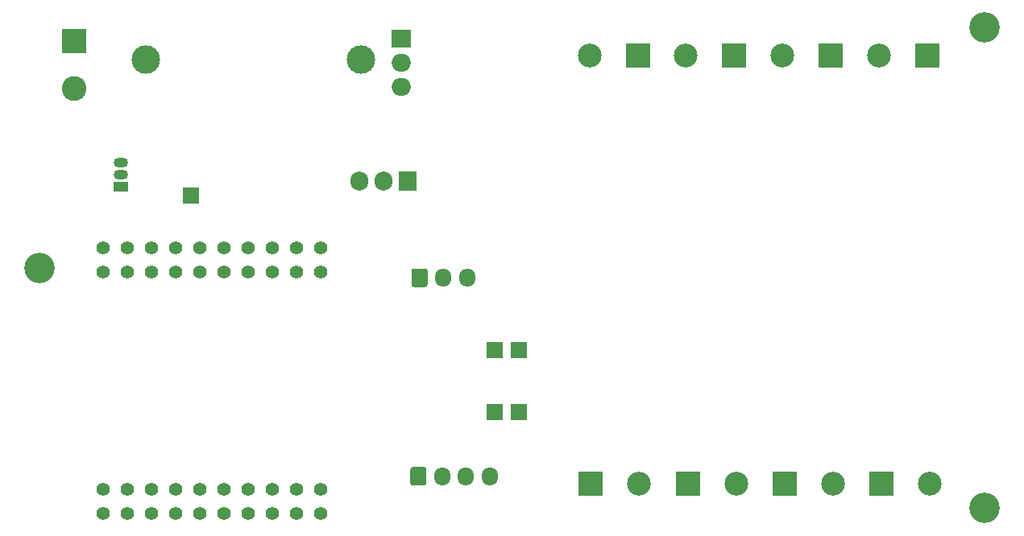
<source format=gbs>
G04 #@! TF.GenerationSoftware,KiCad,Pcbnew,5.1.12-84ad8e8a86~92~ubuntu20.04.1*
G04 #@! TF.CreationDate,2021-11-10T23:56:03+01:00*
G04 #@! TF.ProjectId,CC dimmer low voltage,43432064-696d-46d6-9572-206c6f772076,0.83*
G04 #@! TF.SameCoordinates,Original*
G04 #@! TF.FileFunction,Soldermask,Bot*
G04 #@! TF.FilePolarity,Negative*
%FSLAX46Y46*%
G04 Gerber Fmt 4.6, Leading zero omitted, Abs format (unit mm)*
G04 Created by KiCad (PCBNEW 5.1.12-84ad8e8a86~92~ubuntu20.04.1) date 2021-11-10 23:56:03*
%MOMM*%
%LPD*%
G01*
G04 APERTURE LIST*
%ADD10C,1.400000*%
%ADD11O,2.000000X1.905000*%
%ADD12R,2.000000X1.905000*%
%ADD13C,3.000000*%
%ADD14R,1.700000X1.700000*%
%ADD15C,3.200000*%
%ADD16O,1.700000X1.950000*%
%ADD17O,1.500000X1.050000*%
%ADD18R,1.500000X1.050000*%
%ADD19R,1.905000X2.000000*%
%ADD20O,1.905000X2.000000*%
%ADD21R,2.600000X2.600000*%
%ADD22C,2.600000*%
%ADD23C,2.500000*%
%ADD24R,2.500000X2.500000*%
G04 APERTURE END LIST*
D10*
X128962000Y-95455000D03*
X128962000Y-97995000D03*
X126422000Y-95455000D03*
X126422000Y-97995000D03*
X123882000Y-95455000D03*
X123882000Y-97995000D03*
X121342000Y-95455000D03*
X121342000Y-97995000D03*
X118802000Y-95455000D03*
X118802000Y-97995000D03*
X116262000Y-95455000D03*
X116262000Y-97995000D03*
X113722000Y-95455000D03*
X113722000Y-97995000D03*
X111182000Y-95455000D03*
X111182000Y-97995000D03*
X108642000Y-95455000D03*
X108642000Y-97995000D03*
X106102000Y-95455000D03*
X106102000Y-97995000D03*
X128962000Y-120855000D03*
X128962000Y-123395000D03*
X126422000Y-120855000D03*
X126422000Y-123395000D03*
X123882000Y-120855000D03*
X123882000Y-123395000D03*
X121342000Y-120855000D03*
X121342000Y-123395000D03*
X118802000Y-120855000D03*
X118802000Y-123395000D03*
X116262000Y-120855000D03*
X116262000Y-123395000D03*
X113722000Y-120855000D03*
X113722000Y-123395000D03*
X111182000Y-120855000D03*
X111182000Y-123395000D03*
X108642000Y-120855000D03*
X108642000Y-123395000D03*
X106102000Y-123395000D03*
X106102000Y-120855000D03*
D11*
X137474200Y-78517000D03*
X137474200Y-75977000D03*
D12*
X137474200Y-73437000D03*
D13*
X133202000Y-75655000D03*
X110602000Y-75655000D03*
D14*
X149842000Y-112695000D03*
X149842000Y-106185000D03*
D15*
X198722000Y-72275000D03*
X198752000Y-122805000D03*
G36*
G01*
X138532000Y-99300000D02*
X138532000Y-97850000D01*
G75*
G02*
X138782000Y-97600000I250000J0D01*
G01*
X139982000Y-97600000D01*
G75*
G02*
X140232000Y-97850000I0J-250000D01*
G01*
X140232000Y-99300000D01*
G75*
G02*
X139982000Y-99550000I-250000J0D01*
G01*
X138782000Y-99550000D01*
G75*
G02*
X138532000Y-99300000I0J250000D01*
G01*
G37*
D16*
X141882000Y-98575000D03*
X144382000Y-98575000D03*
G36*
G01*
X138412000Y-120190000D02*
X138412000Y-118740000D01*
G75*
G02*
X138662000Y-118490000I250000J0D01*
G01*
X139862000Y-118490000D01*
G75*
G02*
X140112000Y-118740000I0J-250000D01*
G01*
X140112000Y-120190000D01*
G75*
G02*
X139862000Y-120440000I-250000J0D01*
G01*
X138662000Y-120440000D01*
G75*
G02*
X138412000Y-120190000I0J250000D01*
G01*
G37*
X141762000Y-119465000D03*
X144262000Y-119465000D03*
X146762000Y-119465000D03*
D14*
X147302000Y-106185000D03*
X147302000Y-112695000D03*
X115402000Y-89895000D03*
D17*
X107959400Y-87716000D03*
X107959400Y-86446000D03*
D18*
X107959400Y-88986000D03*
D19*
X138160000Y-88401800D03*
D20*
X135620000Y-88401800D03*
X133080000Y-88401800D03*
D21*
X103052000Y-73715000D03*
D22*
X103052000Y-78715000D03*
D23*
X157242000Y-75187000D03*
D24*
X162322000Y-75187000D03*
X172472000Y-75185000D03*
D23*
X167392000Y-75185000D03*
X177542000Y-75175000D03*
D24*
X182622000Y-75175000D03*
X192772000Y-75165000D03*
D23*
X187692000Y-75165000D03*
D24*
X187912000Y-120225000D03*
D23*
X192992000Y-120225000D03*
X182822000Y-120225000D03*
D24*
X177742000Y-120225000D03*
X167572000Y-120225000D03*
D23*
X172652000Y-120225000D03*
X162472000Y-120225000D03*
D24*
X157392000Y-120225000D03*
D15*
X99462000Y-97585000D03*
M02*

</source>
